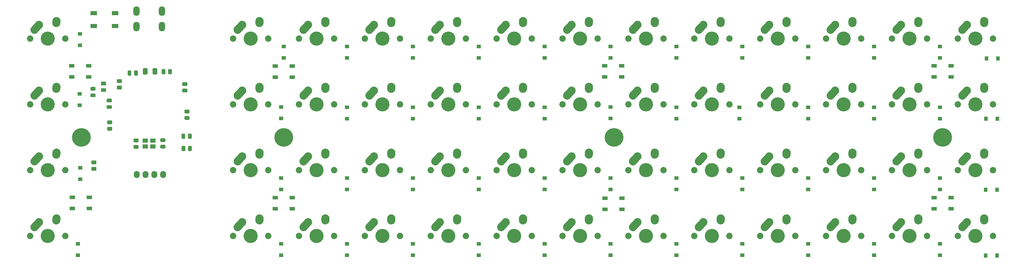
<source format=gbr>
%TF.GenerationSoftware,KiCad,Pcbnew,5.1.6*%
%TF.CreationDate,2020-06-22T15:50:55+02:00*%
%TF.ProjectId,cheap_boi,63686561-705f-4626-9f69-2e6b69636164,rev?*%
%TF.SameCoordinates,Original*%
%TF.FileFunction,Soldermask,Bot*%
%TF.FilePolarity,Negative*%
%FSLAX46Y46*%
G04 Gerber Fmt 4.6, Leading zero omitted, Abs format (unit mm)*
G04 Created by KiCad (PCBNEW 5.1.6) date 2020-06-22 15:50:55*
%MOMM*%
%LPD*%
G01*
G04 APERTURE LIST*
%ADD10C,1.850000*%
%ADD11C,2.350000*%
%ADD12C,4.087800*%
%ADD13R,1.300000X1.000000*%
%ADD14R,1.600000X1.100000*%
%ADD15C,5.400000*%
%ADD16O,1.700000X2.100000*%
%ADD17R,1.500000X1.300000*%
%ADD18O,1.800000X2.800000*%
%ADD19R,1.900000X1.200000*%
%ADD20R,1.000000X1.300000*%
G04 APERTURE END LIST*
D10*
%TO.C,MX0C1*%
X345598750Y-42862500D03*
X335438750Y-42862500D03*
D11*
X338018750Y-38862500D03*
D12*
X340518750Y-42862500D03*
G36*
G01*
X335924041Y-41197060D02*
X335924041Y-41197061D01*
G75*
G02*
X335834189Y-39537791I784709J874561D01*
G01*
X337144191Y-38077791D01*
G75*
G02*
X338803461Y-37987939I874561J-784709D01*
G01*
X338803461Y-37987939D01*
G75*
G02*
X338893313Y-39647209I-784709J-874561D01*
G01*
X337583311Y-41107209D01*
G75*
G02*
X335924041Y-41197061I-874561J784709D01*
G01*
G37*
D11*
X343058750Y-37782500D03*
G36*
G01*
X342937907Y-39534716D02*
X342937907Y-39534716D01*
G75*
G02*
X341846534Y-38281657I80843J1172216D01*
G01*
X341886534Y-37701657D01*
G75*
G02*
X343139593Y-36610284I1172216J-80843D01*
G01*
X343139593Y-36610284D01*
G75*
G02*
X344230966Y-37863343I-80843J-1172216D01*
G01*
X344190966Y-38443343D01*
G75*
G02*
X342937907Y-39534716I-1172216J80843D01*
G01*
G37*
%TD*%
D13*
%TO.C,D1*%
X81534000Y-41530000D03*
X81534000Y-44830000D03*
%TD*%
D14*
%TO.C,D54*%
X79211000Y-53924000D03*
X79211000Y-50724000D03*
X84111000Y-53924000D03*
X84111000Y-50724000D03*
%TD*%
%TO.C,R7*%
G36*
G01*
X86079250Y-79229000D02*
X85116750Y-79229000D01*
G75*
G02*
X84848000Y-78960250I0J268750D01*
G01*
X84848000Y-78422750D01*
G75*
G02*
X85116750Y-78154000I268750J0D01*
G01*
X86079250Y-78154000D01*
G75*
G02*
X86348000Y-78422750I0J-268750D01*
G01*
X86348000Y-78960250D01*
G75*
G02*
X86079250Y-79229000I-268750J0D01*
G01*
G37*
G36*
G01*
X86079250Y-81104000D02*
X85116750Y-81104000D01*
G75*
G02*
X84848000Y-80835250I0J268750D01*
G01*
X84848000Y-80297750D01*
G75*
G02*
X85116750Y-80029000I268750J0D01*
G01*
X86079250Y-80029000D01*
G75*
G02*
X86348000Y-80297750I0J-268750D01*
G01*
X86348000Y-80835250D01*
G75*
G02*
X86079250Y-81104000I-268750J0D01*
G01*
G37*
%TD*%
%TO.C,D60*%
X138012000Y-92151000D03*
X138012000Y-88951000D03*
X142912000Y-92151000D03*
X142912000Y-88951000D03*
%TD*%
%TO.C,D59*%
X233389000Y-92278000D03*
X233389000Y-89078000D03*
X238289000Y-92278000D03*
X238289000Y-89078000D03*
%TD*%
%TO.C,D58*%
X328512000Y-92151000D03*
X328512000Y-88951000D03*
X333412000Y-92151000D03*
X333412000Y-88951000D03*
%TD*%
%TO.C,D57*%
X328512000Y-53924000D03*
X328512000Y-50724000D03*
X333412000Y-53924000D03*
X333412000Y-50724000D03*
%TD*%
%TO.C,D56*%
X233262000Y-53924000D03*
X233262000Y-50724000D03*
X238162000Y-53924000D03*
X238162000Y-50724000D03*
%TD*%
%TO.C,D55*%
X138012000Y-54051000D03*
X138012000Y-50851000D03*
X142912000Y-54051000D03*
X142912000Y-50851000D03*
%TD*%
%TO.C,D53*%
X79338000Y-92024000D03*
X79338000Y-88824000D03*
X84238000Y-92024000D03*
X84238000Y-88824000D03*
%TD*%
%TO.C,R6*%
G36*
G01*
X112795000Y-71601250D02*
X112795000Y-70638750D01*
G75*
G02*
X113063750Y-70370000I268750J0D01*
G01*
X113601250Y-70370000D01*
G75*
G02*
X113870000Y-70638750I0J-268750D01*
G01*
X113870000Y-71601250D01*
G75*
G02*
X113601250Y-71870000I-268750J0D01*
G01*
X113063750Y-71870000D01*
G75*
G02*
X112795000Y-71601250I0J268750D01*
G01*
G37*
G36*
G01*
X110920000Y-71601250D02*
X110920000Y-70638750D01*
G75*
G02*
X111188750Y-70370000I268750J0D01*
G01*
X111726250Y-70370000D01*
G75*
G02*
X111995000Y-70638750I0J-268750D01*
G01*
X111995000Y-71601250D01*
G75*
G02*
X111726250Y-71870000I-268750J0D01*
G01*
X111188750Y-71870000D01*
G75*
G02*
X110920000Y-71601250I0J268750D01*
G01*
G37*
%TD*%
%TO.C,R3*%
G36*
G01*
X90651250Y-67623500D02*
X89688750Y-67623500D01*
G75*
G02*
X89420000Y-67354750I0J268750D01*
G01*
X89420000Y-66817250D01*
G75*
G02*
X89688750Y-66548500I268750J0D01*
G01*
X90651250Y-66548500D01*
G75*
G02*
X90920000Y-66817250I0J-268750D01*
G01*
X90920000Y-67354750D01*
G75*
G02*
X90651250Y-67623500I-268750J0D01*
G01*
G37*
G36*
G01*
X90651250Y-69498500D02*
X89688750Y-69498500D01*
G75*
G02*
X89420000Y-69229750I0J268750D01*
G01*
X89420000Y-68692250D01*
G75*
G02*
X89688750Y-68423500I268750J0D01*
G01*
X90651250Y-68423500D01*
G75*
G02*
X90920000Y-68692250I0J-268750D01*
G01*
X90920000Y-69229750D01*
G75*
G02*
X90651250Y-69498500I-268750J0D01*
G01*
G37*
%TD*%
D15*
%TO.C,REF\u002A\u002A*%
X331000000Y-71500000D03*
%TD*%
%TO.C,REF\u002A\u002A*%
X236000000Y-71500000D03*
%TD*%
%TO.C,REF\u002A\u002A*%
X140500000Y-71500000D03*
%TD*%
%TO.C,REF\u002A\u002A*%
X82000000Y-71500000D03*
%TD*%
%TO.C,F1*%
G36*
G01*
X101129000Y-51669000D02*
X101129000Y-52979000D01*
G75*
G02*
X100859000Y-53249000I-270000J0D01*
G01*
X100049000Y-53249000D01*
G75*
G02*
X99779000Y-52979000I0J270000D01*
G01*
X99779000Y-51669000D01*
G75*
G02*
X100049000Y-51399000I270000J0D01*
G01*
X100859000Y-51399000D01*
G75*
G02*
X101129000Y-51669000I0J-270000D01*
G01*
G37*
G36*
G01*
X103929000Y-51669000D02*
X103929000Y-52979000D01*
G75*
G02*
X103659000Y-53249000I-270000J0D01*
G01*
X102849000Y-53249000D01*
G75*
G02*
X102579000Y-52979000I0J270000D01*
G01*
X102579000Y-51669000D01*
G75*
G02*
X102849000Y-51399000I270000J0D01*
G01*
X103659000Y-51399000D01*
G75*
G02*
X103929000Y-51669000I0J-270000D01*
G01*
G37*
%TD*%
%TO.C,R5*%
G36*
G01*
X112843500Y-75157250D02*
X112843500Y-74194750D01*
G75*
G02*
X113112250Y-73926000I268750J0D01*
G01*
X113649750Y-73926000D01*
G75*
G02*
X113918500Y-74194750I0J-268750D01*
G01*
X113918500Y-75157250D01*
G75*
G02*
X113649750Y-75426000I-268750J0D01*
G01*
X113112250Y-75426000D01*
G75*
G02*
X112843500Y-75157250I0J268750D01*
G01*
G37*
G36*
G01*
X110968500Y-75157250D02*
X110968500Y-74194750D01*
G75*
G02*
X111237250Y-73926000I268750J0D01*
G01*
X111774750Y-73926000D01*
G75*
G02*
X112043500Y-74194750I0J-268750D01*
G01*
X112043500Y-75157250D01*
G75*
G02*
X111774750Y-75426000I-268750J0D01*
G01*
X111237250Y-75426000D01*
G75*
G02*
X110968500Y-75157250I0J268750D01*
G01*
G37*
%TD*%
D16*
%TO.C,Brd1*%
X100513600Y-82262900D03*
X97973600Y-82262900D03*
X103053600Y-82262900D03*
X105593600Y-82262900D03*
%TD*%
D10*
%TO.C,MX15*%
X212248750Y-61912500D03*
X202088750Y-61912500D03*
D11*
X204668750Y-57912500D03*
D12*
X207168750Y-61912500D03*
G36*
G01*
X202574041Y-60247060D02*
X202574041Y-60247061D01*
G75*
G02*
X202484189Y-58587791I784709J874561D01*
G01*
X203794191Y-57127791D01*
G75*
G02*
X205453461Y-57037939I874561J-784709D01*
G01*
X205453461Y-57037939D01*
G75*
G02*
X205543313Y-58697209I-784709J-874561D01*
G01*
X204233311Y-60157209D01*
G75*
G02*
X202574041Y-60247061I-874561J784709D01*
G01*
G37*
D11*
X209708750Y-56832500D03*
G36*
G01*
X209587907Y-58584716D02*
X209587907Y-58584716D01*
G75*
G02*
X208496534Y-57331657I80843J1172216D01*
G01*
X208536534Y-56751657D01*
G75*
G02*
X209789593Y-55660284I1172216J-80843D01*
G01*
X209789593Y-55660284D01*
G75*
G02*
X210880966Y-56913343I-80843J-1172216D01*
G01*
X210840966Y-57493343D01*
G75*
G02*
X209587907Y-58584716I-1172216J80843D01*
G01*
G37*
%TD*%
D17*
%TO.C,Y1*%
X102657000Y-72390000D03*
X100457000Y-72390000D03*
X100457000Y-74090000D03*
X102657000Y-74090000D03*
%TD*%
D18*
%TO.C,USB1*%
X105243600Y-34922800D03*
X97943600Y-34922800D03*
X97943600Y-39422800D03*
X105243600Y-39422800D03*
%TD*%
D19*
%TO.C,SW1*%
X85546000Y-35488000D03*
X91746000Y-39188000D03*
X85546000Y-39188000D03*
X91746000Y-35488000D03*
%TD*%
%TO.C,R4*%
G36*
G01*
X111405750Y-57374500D02*
X112368250Y-57374500D01*
G75*
G02*
X112637000Y-57643250I0J-268750D01*
G01*
X112637000Y-58180750D01*
G75*
G02*
X112368250Y-58449500I-268750J0D01*
G01*
X111405750Y-58449500D01*
G75*
G02*
X111137000Y-58180750I0J268750D01*
G01*
X111137000Y-57643250D01*
G75*
G02*
X111405750Y-57374500I268750J0D01*
G01*
G37*
G36*
G01*
X111405750Y-55499500D02*
X112368250Y-55499500D01*
G75*
G02*
X112637000Y-55768250I0J-268750D01*
G01*
X112637000Y-56305750D01*
G75*
G02*
X112368250Y-56574500I-268750J0D01*
G01*
X111405750Y-56574500D01*
G75*
G02*
X111137000Y-56305750I0J268750D01*
G01*
X111137000Y-55768250D01*
G75*
G02*
X111405750Y-55499500I268750J0D01*
G01*
G37*
%TD*%
%TO.C,R2*%
G36*
G01*
X84862750Y-58741500D02*
X85825250Y-58741500D01*
G75*
G02*
X86094000Y-59010250I0J-268750D01*
G01*
X86094000Y-59547750D01*
G75*
G02*
X85825250Y-59816500I-268750J0D01*
G01*
X84862750Y-59816500D01*
G75*
G02*
X84594000Y-59547750I0J268750D01*
G01*
X84594000Y-59010250D01*
G75*
G02*
X84862750Y-58741500I268750J0D01*
G01*
G37*
G36*
G01*
X84862750Y-56866500D02*
X85825250Y-56866500D01*
G75*
G02*
X86094000Y-57135250I0J-268750D01*
G01*
X86094000Y-57672750D01*
G75*
G02*
X85825250Y-57941500I-268750J0D01*
G01*
X84862750Y-57941500D01*
G75*
G02*
X84594000Y-57672750I0J268750D01*
G01*
X84594000Y-57135250D01*
G75*
G02*
X84862750Y-56866500I268750J0D01*
G01*
G37*
%TD*%
%TO.C,R1*%
G36*
G01*
X87910750Y-57217500D02*
X88873250Y-57217500D01*
G75*
G02*
X89142000Y-57486250I0J-268750D01*
G01*
X89142000Y-58023750D01*
G75*
G02*
X88873250Y-58292500I-268750J0D01*
G01*
X87910750Y-58292500D01*
G75*
G02*
X87642000Y-58023750I0J268750D01*
G01*
X87642000Y-57486250D01*
G75*
G02*
X87910750Y-57217500I268750J0D01*
G01*
G37*
G36*
G01*
X87910750Y-55342500D02*
X88873250Y-55342500D01*
G75*
G02*
X89142000Y-55611250I0J-268750D01*
G01*
X89142000Y-56148750D01*
G75*
G02*
X88873250Y-56417500I-268750J0D01*
G01*
X87910750Y-56417500D01*
G75*
G02*
X87642000Y-56148750I0J268750D01*
G01*
X87642000Y-55611250D01*
G75*
G02*
X87910750Y-55342500I268750J0D01*
G01*
G37*
%TD*%
D10*
%TO.C,MX3C1*%
X345598750Y-100012500D03*
X335438750Y-100012500D03*
D11*
X338018750Y-96012500D03*
D12*
X340518750Y-100012500D03*
G36*
G01*
X335924041Y-98347060D02*
X335924041Y-98347061D01*
G75*
G02*
X335834189Y-96687791I784709J874561D01*
G01*
X337144191Y-95227791D01*
G75*
G02*
X338803461Y-95137939I874561J-784709D01*
G01*
X338803461Y-95137939D01*
G75*
G02*
X338893313Y-96797209I-784709J-874561D01*
G01*
X337583311Y-98257209D01*
G75*
G02*
X335924041Y-98347061I-874561J784709D01*
G01*
G37*
D11*
X343058750Y-94932500D03*
G36*
G01*
X342937907Y-96684716D02*
X342937907Y-96684716D01*
G75*
G02*
X341846534Y-95431657I80843J1172216D01*
G01*
X341886534Y-94851657D01*
G75*
G02*
X343139593Y-93760284I1172216J-80843D01*
G01*
X343139593Y-93760284D01*
G75*
G02*
X344230966Y-95013343I-80843J-1172216D01*
G01*
X344190966Y-95593343D01*
G75*
G02*
X342937907Y-96684716I-1172216J80843D01*
G01*
G37*
%TD*%
D10*
%TO.C,MX3B1*%
X326548750Y-100012500D03*
X316388750Y-100012500D03*
D11*
X318968750Y-96012500D03*
D12*
X321468750Y-100012500D03*
G36*
G01*
X316874041Y-98347060D02*
X316874041Y-98347061D01*
G75*
G02*
X316784189Y-96687791I784709J874561D01*
G01*
X318094191Y-95227791D01*
G75*
G02*
X319753461Y-95137939I874561J-784709D01*
G01*
X319753461Y-95137939D01*
G75*
G02*
X319843313Y-96797209I-784709J-874561D01*
G01*
X318533311Y-98257209D01*
G75*
G02*
X316874041Y-98347061I-874561J784709D01*
G01*
G37*
D11*
X324008750Y-94932500D03*
G36*
G01*
X323887907Y-96684716D02*
X323887907Y-96684716D01*
G75*
G02*
X322796534Y-95431657I80843J1172216D01*
G01*
X322836534Y-94851657D01*
G75*
G02*
X324089593Y-93760284I1172216J-80843D01*
G01*
X324089593Y-93760284D01*
G75*
G02*
X325180966Y-95013343I-80843J-1172216D01*
G01*
X325140966Y-95593343D01*
G75*
G02*
X323887907Y-96684716I-1172216J80843D01*
G01*
G37*
%TD*%
D10*
%TO.C,MX3A1*%
X307498750Y-100012500D03*
X297338750Y-100012500D03*
D11*
X299918750Y-96012500D03*
D12*
X302418750Y-100012500D03*
G36*
G01*
X297824041Y-98347060D02*
X297824041Y-98347061D01*
G75*
G02*
X297734189Y-96687791I784709J874561D01*
G01*
X299044191Y-95227791D01*
G75*
G02*
X300703461Y-95137939I874561J-784709D01*
G01*
X300703461Y-95137939D01*
G75*
G02*
X300793313Y-96797209I-784709J-874561D01*
G01*
X299483311Y-98257209D01*
G75*
G02*
X297824041Y-98347061I-874561J784709D01*
G01*
G37*
D11*
X304958750Y-94932500D03*
G36*
G01*
X304837907Y-96684716D02*
X304837907Y-96684716D01*
G75*
G02*
X303746534Y-95431657I80843J1172216D01*
G01*
X303786534Y-94851657D01*
G75*
G02*
X305039593Y-93760284I1172216J-80843D01*
G01*
X305039593Y-93760284D01*
G75*
G02*
X306130966Y-95013343I-80843J-1172216D01*
G01*
X306090966Y-95593343D01*
G75*
G02*
X304837907Y-96684716I-1172216J80843D01*
G01*
G37*
%TD*%
D10*
%TO.C,MX2C1*%
X345598750Y-80962500D03*
X335438750Y-80962500D03*
D11*
X338018750Y-76962500D03*
D12*
X340518750Y-80962500D03*
G36*
G01*
X335924041Y-79297060D02*
X335924041Y-79297061D01*
G75*
G02*
X335834189Y-77637791I784709J874561D01*
G01*
X337144191Y-76177791D01*
G75*
G02*
X338803461Y-76087939I874561J-784709D01*
G01*
X338803461Y-76087939D01*
G75*
G02*
X338893313Y-77747209I-784709J-874561D01*
G01*
X337583311Y-79207209D01*
G75*
G02*
X335924041Y-79297061I-874561J784709D01*
G01*
G37*
D11*
X343058750Y-75882500D03*
G36*
G01*
X342937907Y-77634716D02*
X342937907Y-77634716D01*
G75*
G02*
X341846534Y-76381657I80843J1172216D01*
G01*
X341886534Y-75801657D01*
G75*
G02*
X343139593Y-74710284I1172216J-80843D01*
G01*
X343139593Y-74710284D01*
G75*
G02*
X344230966Y-75963343I-80843J-1172216D01*
G01*
X344190966Y-76543343D01*
G75*
G02*
X342937907Y-77634716I-1172216J80843D01*
G01*
G37*
%TD*%
D10*
%TO.C,MX2B1*%
X326548750Y-80962500D03*
X316388750Y-80962500D03*
D11*
X318968750Y-76962500D03*
D12*
X321468750Y-80962500D03*
G36*
G01*
X316874041Y-79297060D02*
X316874041Y-79297061D01*
G75*
G02*
X316784189Y-77637791I784709J874561D01*
G01*
X318094191Y-76177791D01*
G75*
G02*
X319753461Y-76087939I874561J-784709D01*
G01*
X319753461Y-76087939D01*
G75*
G02*
X319843313Y-77747209I-784709J-874561D01*
G01*
X318533311Y-79207209D01*
G75*
G02*
X316874041Y-79297061I-874561J784709D01*
G01*
G37*
D11*
X324008750Y-75882500D03*
G36*
G01*
X323887907Y-77634716D02*
X323887907Y-77634716D01*
G75*
G02*
X322796534Y-76381657I80843J1172216D01*
G01*
X322836534Y-75801657D01*
G75*
G02*
X324089593Y-74710284I1172216J-80843D01*
G01*
X324089593Y-74710284D01*
G75*
G02*
X325180966Y-75963343I-80843J-1172216D01*
G01*
X325140966Y-76543343D01*
G75*
G02*
X323887907Y-77634716I-1172216J80843D01*
G01*
G37*
%TD*%
D10*
%TO.C,MX2A1*%
X307498750Y-80962500D03*
X297338750Y-80962500D03*
D11*
X299918750Y-76962500D03*
D12*
X302418750Y-80962500D03*
G36*
G01*
X297824041Y-79297060D02*
X297824041Y-79297061D01*
G75*
G02*
X297734189Y-77637791I784709J874561D01*
G01*
X299044191Y-76177791D01*
G75*
G02*
X300703461Y-76087939I874561J-784709D01*
G01*
X300703461Y-76087939D01*
G75*
G02*
X300793313Y-77747209I-784709J-874561D01*
G01*
X299483311Y-79207209D01*
G75*
G02*
X297824041Y-79297061I-874561J784709D01*
G01*
G37*
D11*
X304958750Y-75882500D03*
G36*
G01*
X304837907Y-77634716D02*
X304837907Y-77634716D01*
G75*
G02*
X303746534Y-76381657I80843J1172216D01*
G01*
X303786534Y-75801657D01*
G75*
G02*
X305039593Y-74710284I1172216J-80843D01*
G01*
X305039593Y-74710284D01*
G75*
G02*
X306130966Y-75963343I-80843J-1172216D01*
G01*
X306090966Y-76543343D01*
G75*
G02*
X304837907Y-77634716I-1172216J80843D01*
G01*
G37*
%TD*%
D10*
%TO.C,MX1C1*%
X345598750Y-61912500D03*
X335438750Y-61912500D03*
D11*
X338018750Y-57912500D03*
D12*
X340518750Y-61912500D03*
G36*
G01*
X335924041Y-60247060D02*
X335924041Y-60247061D01*
G75*
G02*
X335834189Y-58587791I784709J874561D01*
G01*
X337144191Y-57127791D01*
G75*
G02*
X338803461Y-57037939I874561J-784709D01*
G01*
X338803461Y-57037939D01*
G75*
G02*
X338893313Y-58697209I-784709J-874561D01*
G01*
X337583311Y-60157209D01*
G75*
G02*
X335924041Y-60247061I-874561J784709D01*
G01*
G37*
D11*
X343058750Y-56832500D03*
G36*
G01*
X342937907Y-58584716D02*
X342937907Y-58584716D01*
G75*
G02*
X341846534Y-57331657I80843J1172216D01*
G01*
X341886534Y-56751657D01*
G75*
G02*
X343139593Y-55660284I1172216J-80843D01*
G01*
X343139593Y-55660284D01*
G75*
G02*
X344230966Y-56913343I-80843J-1172216D01*
G01*
X344190966Y-57493343D01*
G75*
G02*
X342937907Y-58584716I-1172216J80843D01*
G01*
G37*
%TD*%
D10*
%TO.C,MX1B1*%
X326548750Y-61912500D03*
X316388750Y-61912500D03*
D11*
X318968750Y-57912500D03*
D12*
X321468750Y-61912500D03*
G36*
G01*
X316874041Y-60247060D02*
X316874041Y-60247061D01*
G75*
G02*
X316784189Y-58587791I784709J874561D01*
G01*
X318094191Y-57127791D01*
G75*
G02*
X319753461Y-57037939I874561J-784709D01*
G01*
X319753461Y-57037939D01*
G75*
G02*
X319843313Y-58697209I-784709J-874561D01*
G01*
X318533311Y-60157209D01*
G75*
G02*
X316874041Y-60247061I-874561J784709D01*
G01*
G37*
D11*
X324008750Y-56832500D03*
G36*
G01*
X323887907Y-58584716D02*
X323887907Y-58584716D01*
G75*
G02*
X322796534Y-57331657I80843J1172216D01*
G01*
X322836534Y-56751657D01*
G75*
G02*
X324089593Y-55660284I1172216J-80843D01*
G01*
X324089593Y-55660284D01*
G75*
G02*
X325180966Y-56913343I-80843J-1172216D01*
G01*
X325140966Y-57493343D01*
G75*
G02*
X323887907Y-58584716I-1172216J80843D01*
G01*
G37*
%TD*%
D10*
%TO.C,MX1A1*%
X307498750Y-61912500D03*
X297338750Y-61912500D03*
D11*
X299918750Y-57912500D03*
D12*
X302418750Y-61912500D03*
G36*
G01*
X297824041Y-60247060D02*
X297824041Y-60247061D01*
G75*
G02*
X297734189Y-58587791I784709J874561D01*
G01*
X299044191Y-57127791D01*
G75*
G02*
X300703461Y-57037939I874561J-784709D01*
G01*
X300703461Y-57037939D01*
G75*
G02*
X300793313Y-58697209I-784709J-874561D01*
G01*
X299483311Y-60157209D01*
G75*
G02*
X297824041Y-60247061I-874561J784709D01*
G01*
G37*
D11*
X304958750Y-56832500D03*
G36*
G01*
X304837907Y-58584716D02*
X304837907Y-58584716D01*
G75*
G02*
X303746534Y-57331657I80843J1172216D01*
G01*
X303786534Y-56751657D01*
G75*
G02*
X305039593Y-55660284I1172216J-80843D01*
G01*
X305039593Y-55660284D01*
G75*
G02*
X306130966Y-56913343I-80843J-1172216D01*
G01*
X306090966Y-57493343D01*
G75*
G02*
X304837907Y-58584716I-1172216J80843D01*
G01*
G37*
%TD*%
D10*
%TO.C,MX0B1*%
X326548750Y-42862500D03*
X316388750Y-42862500D03*
D11*
X318968750Y-38862500D03*
D12*
X321468750Y-42862500D03*
G36*
G01*
X316874041Y-41197060D02*
X316874041Y-41197061D01*
G75*
G02*
X316784189Y-39537791I784709J874561D01*
G01*
X318094191Y-38077791D01*
G75*
G02*
X319753461Y-37987939I874561J-784709D01*
G01*
X319753461Y-37987939D01*
G75*
G02*
X319843313Y-39647209I-784709J-874561D01*
G01*
X318533311Y-41107209D01*
G75*
G02*
X316874041Y-41197061I-874561J784709D01*
G01*
G37*
D11*
X324008750Y-37782500D03*
G36*
G01*
X323887907Y-39534716D02*
X323887907Y-39534716D01*
G75*
G02*
X322796534Y-38281657I80843J1172216D01*
G01*
X322836534Y-37701657D01*
G75*
G02*
X324089593Y-36610284I1172216J-80843D01*
G01*
X324089593Y-36610284D01*
G75*
G02*
X325180966Y-37863343I-80843J-1172216D01*
G01*
X325140966Y-38443343D01*
G75*
G02*
X323887907Y-39534716I-1172216J80843D01*
G01*
G37*
%TD*%
D10*
%TO.C,MX0A1*%
X307498750Y-42862500D03*
X297338750Y-42862500D03*
D11*
X299918750Y-38862500D03*
D12*
X302418750Y-42862500D03*
G36*
G01*
X297824041Y-41197060D02*
X297824041Y-41197061D01*
G75*
G02*
X297734189Y-39537791I784709J874561D01*
G01*
X299044191Y-38077791D01*
G75*
G02*
X300703461Y-37987939I874561J-784709D01*
G01*
X300703461Y-37987939D01*
G75*
G02*
X300793313Y-39647209I-784709J-874561D01*
G01*
X299483311Y-41107209D01*
G75*
G02*
X297824041Y-41197061I-874561J784709D01*
G01*
G37*
D11*
X304958750Y-37782500D03*
G36*
G01*
X304837907Y-39534716D02*
X304837907Y-39534716D01*
G75*
G02*
X303746534Y-38281657I80843J1172216D01*
G01*
X303786534Y-37701657D01*
G75*
G02*
X305039593Y-36610284I1172216J-80843D01*
G01*
X305039593Y-36610284D01*
G75*
G02*
X306130966Y-37863343I-80843J-1172216D01*
G01*
X306090966Y-38443343D01*
G75*
G02*
X304837907Y-39534716I-1172216J80843D01*
G01*
G37*
%TD*%
D10*
%TO.C,MX39*%
X288448750Y-100012500D03*
X278288750Y-100012500D03*
D11*
X280868750Y-96012500D03*
D12*
X283368750Y-100012500D03*
G36*
G01*
X278774041Y-98347060D02*
X278774041Y-98347061D01*
G75*
G02*
X278684189Y-96687791I784709J874561D01*
G01*
X279994191Y-95227791D01*
G75*
G02*
X281653461Y-95137939I874561J-784709D01*
G01*
X281653461Y-95137939D01*
G75*
G02*
X281743313Y-96797209I-784709J-874561D01*
G01*
X280433311Y-98257209D01*
G75*
G02*
X278774041Y-98347061I-874561J784709D01*
G01*
G37*
D11*
X285908750Y-94932500D03*
G36*
G01*
X285787907Y-96684716D02*
X285787907Y-96684716D01*
G75*
G02*
X284696534Y-95431657I80843J1172216D01*
G01*
X284736534Y-94851657D01*
G75*
G02*
X285989593Y-93760284I1172216J-80843D01*
G01*
X285989593Y-93760284D01*
G75*
G02*
X287080966Y-95013343I-80843J-1172216D01*
G01*
X287040966Y-95593343D01*
G75*
G02*
X285787907Y-96684716I-1172216J80843D01*
G01*
G37*
%TD*%
D10*
%TO.C,MX38*%
X269398750Y-100012500D03*
X259238750Y-100012500D03*
D11*
X261818750Y-96012500D03*
D12*
X264318750Y-100012500D03*
G36*
G01*
X259724041Y-98347060D02*
X259724041Y-98347061D01*
G75*
G02*
X259634189Y-96687791I784709J874561D01*
G01*
X260944191Y-95227791D01*
G75*
G02*
X262603461Y-95137939I874561J-784709D01*
G01*
X262603461Y-95137939D01*
G75*
G02*
X262693313Y-96797209I-784709J-874561D01*
G01*
X261383311Y-98257209D01*
G75*
G02*
X259724041Y-98347061I-874561J784709D01*
G01*
G37*
D11*
X266858750Y-94932500D03*
G36*
G01*
X266737907Y-96684716D02*
X266737907Y-96684716D01*
G75*
G02*
X265646534Y-95431657I80843J1172216D01*
G01*
X265686534Y-94851657D01*
G75*
G02*
X266939593Y-93760284I1172216J-80843D01*
G01*
X266939593Y-93760284D01*
G75*
G02*
X268030966Y-95013343I-80843J-1172216D01*
G01*
X267990966Y-95593343D01*
G75*
G02*
X266737907Y-96684716I-1172216J80843D01*
G01*
G37*
%TD*%
D10*
%TO.C,MX37*%
X250348750Y-100012500D03*
X240188750Y-100012500D03*
D11*
X242768750Y-96012500D03*
D12*
X245268750Y-100012500D03*
G36*
G01*
X240674041Y-98347060D02*
X240674041Y-98347061D01*
G75*
G02*
X240584189Y-96687791I784709J874561D01*
G01*
X241894191Y-95227791D01*
G75*
G02*
X243553461Y-95137939I874561J-784709D01*
G01*
X243553461Y-95137939D01*
G75*
G02*
X243643313Y-96797209I-784709J-874561D01*
G01*
X242333311Y-98257209D01*
G75*
G02*
X240674041Y-98347061I-874561J784709D01*
G01*
G37*
D11*
X247808750Y-94932500D03*
G36*
G01*
X247687907Y-96684716D02*
X247687907Y-96684716D01*
G75*
G02*
X246596534Y-95431657I80843J1172216D01*
G01*
X246636534Y-94851657D01*
G75*
G02*
X247889593Y-93760284I1172216J-80843D01*
G01*
X247889593Y-93760284D01*
G75*
G02*
X248980966Y-95013343I-80843J-1172216D01*
G01*
X248940966Y-95593343D01*
G75*
G02*
X247687907Y-96684716I-1172216J80843D01*
G01*
G37*
%TD*%
D10*
%TO.C,MX36*%
X231298750Y-100012500D03*
X221138750Y-100012500D03*
D11*
X223718750Y-96012500D03*
D12*
X226218750Y-100012500D03*
G36*
G01*
X221624041Y-98347060D02*
X221624041Y-98347061D01*
G75*
G02*
X221534189Y-96687791I784709J874561D01*
G01*
X222844191Y-95227791D01*
G75*
G02*
X224503461Y-95137939I874561J-784709D01*
G01*
X224503461Y-95137939D01*
G75*
G02*
X224593313Y-96797209I-784709J-874561D01*
G01*
X223283311Y-98257209D01*
G75*
G02*
X221624041Y-98347061I-874561J784709D01*
G01*
G37*
D11*
X228758750Y-94932500D03*
G36*
G01*
X228637907Y-96684716D02*
X228637907Y-96684716D01*
G75*
G02*
X227546534Y-95431657I80843J1172216D01*
G01*
X227586534Y-94851657D01*
G75*
G02*
X228839593Y-93760284I1172216J-80843D01*
G01*
X228839593Y-93760284D01*
G75*
G02*
X229930966Y-95013343I-80843J-1172216D01*
G01*
X229890966Y-95593343D01*
G75*
G02*
X228637907Y-96684716I-1172216J80843D01*
G01*
G37*
%TD*%
D10*
%TO.C,MX35*%
X212248750Y-100012500D03*
X202088750Y-100012500D03*
D11*
X204668750Y-96012500D03*
D12*
X207168750Y-100012500D03*
G36*
G01*
X202574041Y-98347060D02*
X202574041Y-98347061D01*
G75*
G02*
X202484189Y-96687791I784709J874561D01*
G01*
X203794191Y-95227791D01*
G75*
G02*
X205453461Y-95137939I874561J-784709D01*
G01*
X205453461Y-95137939D01*
G75*
G02*
X205543313Y-96797209I-784709J-874561D01*
G01*
X204233311Y-98257209D01*
G75*
G02*
X202574041Y-98347061I-874561J784709D01*
G01*
G37*
D11*
X209708750Y-94932500D03*
G36*
G01*
X209587907Y-96684716D02*
X209587907Y-96684716D01*
G75*
G02*
X208496534Y-95431657I80843J1172216D01*
G01*
X208536534Y-94851657D01*
G75*
G02*
X209789593Y-93760284I1172216J-80843D01*
G01*
X209789593Y-93760284D01*
G75*
G02*
X210880966Y-95013343I-80843J-1172216D01*
G01*
X210840966Y-95593343D01*
G75*
G02*
X209587907Y-96684716I-1172216J80843D01*
G01*
G37*
%TD*%
D10*
%TO.C,MX34*%
X193198750Y-100012500D03*
X183038750Y-100012500D03*
D11*
X185618750Y-96012500D03*
D12*
X188118750Y-100012500D03*
G36*
G01*
X183524041Y-98347060D02*
X183524041Y-98347061D01*
G75*
G02*
X183434189Y-96687791I784709J874561D01*
G01*
X184744191Y-95227791D01*
G75*
G02*
X186403461Y-95137939I874561J-784709D01*
G01*
X186403461Y-95137939D01*
G75*
G02*
X186493313Y-96797209I-784709J-874561D01*
G01*
X185183311Y-98257209D01*
G75*
G02*
X183524041Y-98347061I-874561J784709D01*
G01*
G37*
D11*
X190658750Y-94932500D03*
G36*
G01*
X190537907Y-96684716D02*
X190537907Y-96684716D01*
G75*
G02*
X189446534Y-95431657I80843J1172216D01*
G01*
X189486534Y-94851657D01*
G75*
G02*
X190739593Y-93760284I1172216J-80843D01*
G01*
X190739593Y-93760284D01*
G75*
G02*
X191830966Y-95013343I-80843J-1172216D01*
G01*
X191790966Y-95593343D01*
G75*
G02*
X190537907Y-96684716I-1172216J80843D01*
G01*
G37*
%TD*%
D10*
%TO.C,MX33*%
X174148750Y-100012500D03*
X163988750Y-100012500D03*
D11*
X166568750Y-96012500D03*
D12*
X169068750Y-100012500D03*
G36*
G01*
X164474041Y-98347060D02*
X164474041Y-98347061D01*
G75*
G02*
X164384189Y-96687791I784709J874561D01*
G01*
X165694191Y-95227791D01*
G75*
G02*
X167353461Y-95137939I874561J-784709D01*
G01*
X167353461Y-95137939D01*
G75*
G02*
X167443313Y-96797209I-784709J-874561D01*
G01*
X166133311Y-98257209D01*
G75*
G02*
X164474041Y-98347061I-874561J784709D01*
G01*
G37*
D11*
X171608750Y-94932500D03*
G36*
G01*
X171487907Y-96684716D02*
X171487907Y-96684716D01*
G75*
G02*
X170396534Y-95431657I80843J1172216D01*
G01*
X170436534Y-94851657D01*
G75*
G02*
X171689593Y-93760284I1172216J-80843D01*
G01*
X171689593Y-93760284D01*
G75*
G02*
X172780966Y-95013343I-80843J-1172216D01*
G01*
X172740966Y-95593343D01*
G75*
G02*
X171487907Y-96684716I-1172216J80843D01*
G01*
G37*
%TD*%
D10*
%TO.C,MX32*%
X155098750Y-100012500D03*
X144938750Y-100012500D03*
D11*
X147518750Y-96012500D03*
D12*
X150018750Y-100012500D03*
G36*
G01*
X145424041Y-98347060D02*
X145424041Y-98347061D01*
G75*
G02*
X145334189Y-96687791I784709J874561D01*
G01*
X146644191Y-95227791D01*
G75*
G02*
X148303461Y-95137939I874561J-784709D01*
G01*
X148303461Y-95137939D01*
G75*
G02*
X148393313Y-96797209I-784709J-874561D01*
G01*
X147083311Y-98257209D01*
G75*
G02*
X145424041Y-98347061I-874561J784709D01*
G01*
G37*
D11*
X152558750Y-94932500D03*
G36*
G01*
X152437907Y-96684716D02*
X152437907Y-96684716D01*
G75*
G02*
X151346534Y-95431657I80843J1172216D01*
G01*
X151386534Y-94851657D01*
G75*
G02*
X152639593Y-93760284I1172216J-80843D01*
G01*
X152639593Y-93760284D01*
G75*
G02*
X153730966Y-95013343I-80843J-1172216D01*
G01*
X153690966Y-95593343D01*
G75*
G02*
X152437907Y-96684716I-1172216J80843D01*
G01*
G37*
%TD*%
D10*
%TO.C,MX31*%
X136048750Y-100012500D03*
X125888750Y-100012500D03*
D11*
X128468750Y-96012500D03*
D12*
X130968750Y-100012500D03*
G36*
G01*
X126374041Y-98347060D02*
X126374041Y-98347061D01*
G75*
G02*
X126284189Y-96687791I784709J874561D01*
G01*
X127594191Y-95227791D01*
G75*
G02*
X129253461Y-95137939I874561J-784709D01*
G01*
X129253461Y-95137939D01*
G75*
G02*
X129343313Y-96797209I-784709J-874561D01*
G01*
X128033311Y-98257209D01*
G75*
G02*
X126374041Y-98347061I-874561J784709D01*
G01*
G37*
D11*
X133508750Y-94932500D03*
G36*
G01*
X133387907Y-96684716D02*
X133387907Y-96684716D01*
G75*
G02*
X132296534Y-95431657I80843J1172216D01*
G01*
X132336534Y-94851657D01*
G75*
G02*
X133589593Y-93760284I1172216J-80843D01*
G01*
X133589593Y-93760284D01*
G75*
G02*
X134680966Y-95013343I-80843J-1172216D01*
G01*
X134640966Y-95593343D01*
G75*
G02*
X133387907Y-96684716I-1172216J80843D01*
G01*
G37*
%TD*%
D10*
%TO.C,MX30*%
X77311250Y-100012500D03*
X67151250Y-100012500D03*
D11*
X69731250Y-96012500D03*
D12*
X72231250Y-100012500D03*
G36*
G01*
X67636541Y-98347060D02*
X67636541Y-98347061D01*
G75*
G02*
X67546689Y-96687791I784709J874561D01*
G01*
X68856691Y-95227791D01*
G75*
G02*
X70515961Y-95137939I874561J-784709D01*
G01*
X70515961Y-95137939D01*
G75*
G02*
X70605813Y-96797209I-784709J-874561D01*
G01*
X69295811Y-98257209D01*
G75*
G02*
X67636541Y-98347061I-874561J784709D01*
G01*
G37*
D11*
X74771250Y-94932500D03*
G36*
G01*
X74650407Y-96684716D02*
X74650407Y-96684716D01*
G75*
G02*
X73559034Y-95431657I80843J1172216D01*
G01*
X73599034Y-94851657D01*
G75*
G02*
X74852093Y-93760284I1172216J-80843D01*
G01*
X74852093Y-93760284D01*
G75*
G02*
X75943466Y-95013343I-80843J-1172216D01*
G01*
X75903466Y-95593343D01*
G75*
G02*
X74650407Y-96684716I-1172216J80843D01*
G01*
G37*
%TD*%
D10*
%TO.C,MX29*%
X288448750Y-80962500D03*
X278288750Y-80962500D03*
D11*
X280868750Y-76962500D03*
D12*
X283368750Y-80962500D03*
G36*
G01*
X278774041Y-79297060D02*
X278774041Y-79297061D01*
G75*
G02*
X278684189Y-77637791I784709J874561D01*
G01*
X279994191Y-76177791D01*
G75*
G02*
X281653461Y-76087939I874561J-784709D01*
G01*
X281653461Y-76087939D01*
G75*
G02*
X281743313Y-77747209I-784709J-874561D01*
G01*
X280433311Y-79207209D01*
G75*
G02*
X278774041Y-79297061I-874561J784709D01*
G01*
G37*
D11*
X285908750Y-75882500D03*
G36*
G01*
X285787907Y-77634716D02*
X285787907Y-77634716D01*
G75*
G02*
X284696534Y-76381657I80843J1172216D01*
G01*
X284736534Y-75801657D01*
G75*
G02*
X285989593Y-74710284I1172216J-80843D01*
G01*
X285989593Y-74710284D01*
G75*
G02*
X287080966Y-75963343I-80843J-1172216D01*
G01*
X287040966Y-76543343D01*
G75*
G02*
X285787907Y-77634716I-1172216J80843D01*
G01*
G37*
%TD*%
D10*
%TO.C,MX28*%
X269398750Y-80962500D03*
X259238750Y-80962500D03*
D11*
X261818750Y-76962500D03*
D12*
X264318750Y-80962500D03*
G36*
G01*
X259724041Y-79297060D02*
X259724041Y-79297061D01*
G75*
G02*
X259634189Y-77637791I784709J874561D01*
G01*
X260944191Y-76177791D01*
G75*
G02*
X262603461Y-76087939I874561J-784709D01*
G01*
X262603461Y-76087939D01*
G75*
G02*
X262693313Y-77747209I-784709J-874561D01*
G01*
X261383311Y-79207209D01*
G75*
G02*
X259724041Y-79297061I-874561J784709D01*
G01*
G37*
D11*
X266858750Y-75882500D03*
G36*
G01*
X266737907Y-77634716D02*
X266737907Y-77634716D01*
G75*
G02*
X265646534Y-76381657I80843J1172216D01*
G01*
X265686534Y-75801657D01*
G75*
G02*
X266939593Y-74710284I1172216J-80843D01*
G01*
X266939593Y-74710284D01*
G75*
G02*
X268030966Y-75963343I-80843J-1172216D01*
G01*
X267990966Y-76543343D01*
G75*
G02*
X266737907Y-77634716I-1172216J80843D01*
G01*
G37*
%TD*%
D10*
%TO.C,MX27*%
X250348750Y-80962500D03*
X240188750Y-80962500D03*
D11*
X242768750Y-76962500D03*
D12*
X245268750Y-80962500D03*
G36*
G01*
X240674041Y-79297060D02*
X240674041Y-79297061D01*
G75*
G02*
X240584189Y-77637791I784709J874561D01*
G01*
X241894191Y-76177791D01*
G75*
G02*
X243553461Y-76087939I874561J-784709D01*
G01*
X243553461Y-76087939D01*
G75*
G02*
X243643313Y-77747209I-784709J-874561D01*
G01*
X242333311Y-79207209D01*
G75*
G02*
X240674041Y-79297061I-874561J784709D01*
G01*
G37*
D11*
X247808750Y-75882500D03*
G36*
G01*
X247687907Y-77634716D02*
X247687907Y-77634716D01*
G75*
G02*
X246596534Y-76381657I80843J1172216D01*
G01*
X246636534Y-75801657D01*
G75*
G02*
X247889593Y-74710284I1172216J-80843D01*
G01*
X247889593Y-74710284D01*
G75*
G02*
X248980966Y-75963343I-80843J-1172216D01*
G01*
X248940966Y-76543343D01*
G75*
G02*
X247687907Y-77634716I-1172216J80843D01*
G01*
G37*
%TD*%
D10*
%TO.C,MX26*%
X231298750Y-80962500D03*
X221138750Y-80962500D03*
D11*
X223718750Y-76962500D03*
D12*
X226218750Y-80962500D03*
G36*
G01*
X221624041Y-79297060D02*
X221624041Y-79297061D01*
G75*
G02*
X221534189Y-77637791I784709J874561D01*
G01*
X222844191Y-76177791D01*
G75*
G02*
X224503461Y-76087939I874561J-784709D01*
G01*
X224503461Y-76087939D01*
G75*
G02*
X224593313Y-77747209I-784709J-874561D01*
G01*
X223283311Y-79207209D01*
G75*
G02*
X221624041Y-79297061I-874561J784709D01*
G01*
G37*
D11*
X228758750Y-75882500D03*
G36*
G01*
X228637907Y-77634716D02*
X228637907Y-77634716D01*
G75*
G02*
X227546534Y-76381657I80843J1172216D01*
G01*
X227586534Y-75801657D01*
G75*
G02*
X228839593Y-74710284I1172216J-80843D01*
G01*
X228839593Y-74710284D01*
G75*
G02*
X229930966Y-75963343I-80843J-1172216D01*
G01*
X229890966Y-76543343D01*
G75*
G02*
X228637907Y-77634716I-1172216J80843D01*
G01*
G37*
%TD*%
D10*
%TO.C,MX25*%
X212248750Y-80962500D03*
X202088750Y-80962500D03*
D11*
X204668750Y-76962500D03*
D12*
X207168750Y-80962500D03*
G36*
G01*
X202574041Y-79297060D02*
X202574041Y-79297061D01*
G75*
G02*
X202484189Y-77637791I784709J874561D01*
G01*
X203794191Y-76177791D01*
G75*
G02*
X205453461Y-76087939I874561J-784709D01*
G01*
X205453461Y-76087939D01*
G75*
G02*
X205543313Y-77747209I-784709J-874561D01*
G01*
X204233311Y-79207209D01*
G75*
G02*
X202574041Y-79297061I-874561J784709D01*
G01*
G37*
D11*
X209708750Y-75882500D03*
G36*
G01*
X209587907Y-77634716D02*
X209587907Y-77634716D01*
G75*
G02*
X208496534Y-76381657I80843J1172216D01*
G01*
X208536534Y-75801657D01*
G75*
G02*
X209789593Y-74710284I1172216J-80843D01*
G01*
X209789593Y-74710284D01*
G75*
G02*
X210880966Y-75963343I-80843J-1172216D01*
G01*
X210840966Y-76543343D01*
G75*
G02*
X209587907Y-77634716I-1172216J80843D01*
G01*
G37*
%TD*%
D10*
%TO.C,MX24*%
X193198750Y-80962500D03*
X183038750Y-80962500D03*
D11*
X185618750Y-76962500D03*
D12*
X188118750Y-80962500D03*
G36*
G01*
X183524041Y-79297060D02*
X183524041Y-79297061D01*
G75*
G02*
X183434189Y-77637791I784709J874561D01*
G01*
X184744191Y-76177791D01*
G75*
G02*
X186403461Y-76087939I874561J-784709D01*
G01*
X186403461Y-76087939D01*
G75*
G02*
X186493313Y-77747209I-784709J-874561D01*
G01*
X185183311Y-79207209D01*
G75*
G02*
X183524041Y-79297061I-874561J784709D01*
G01*
G37*
D11*
X190658750Y-75882500D03*
G36*
G01*
X190537907Y-77634716D02*
X190537907Y-77634716D01*
G75*
G02*
X189446534Y-76381657I80843J1172216D01*
G01*
X189486534Y-75801657D01*
G75*
G02*
X190739593Y-74710284I1172216J-80843D01*
G01*
X190739593Y-74710284D01*
G75*
G02*
X191830966Y-75963343I-80843J-1172216D01*
G01*
X191790966Y-76543343D01*
G75*
G02*
X190537907Y-77634716I-1172216J80843D01*
G01*
G37*
%TD*%
D10*
%TO.C,MX23*%
X174148750Y-80962500D03*
X163988750Y-80962500D03*
D11*
X166568750Y-76962500D03*
D12*
X169068750Y-80962500D03*
G36*
G01*
X164474041Y-79297060D02*
X164474041Y-79297061D01*
G75*
G02*
X164384189Y-77637791I784709J874561D01*
G01*
X165694191Y-76177791D01*
G75*
G02*
X167353461Y-76087939I874561J-784709D01*
G01*
X167353461Y-76087939D01*
G75*
G02*
X167443313Y-77747209I-784709J-874561D01*
G01*
X166133311Y-79207209D01*
G75*
G02*
X164474041Y-79297061I-874561J784709D01*
G01*
G37*
D11*
X171608750Y-75882500D03*
G36*
G01*
X171487907Y-77634716D02*
X171487907Y-77634716D01*
G75*
G02*
X170396534Y-76381657I80843J1172216D01*
G01*
X170436534Y-75801657D01*
G75*
G02*
X171689593Y-74710284I1172216J-80843D01*
G01*
X171689593Y-74710284D01*
G75*
G02*
X172780966Y-75963343I-80843J-1172216D01*
G01*
X172740966Y-76543343D01*
G75*
G02*
X171487907Y-77634716I-1172216J80843D01*
G01*
G37*
%TD*%
D10*
%TO.C,MX22*%
X155098750Y-80962500D03*
X144938750Y-80962500D03*
D11*
X147518750Y-76962500D03*
D12*
X150018750Y-80962500D03*
G36*
G01*
X145424041Y-79297060D02*
X145424041Y-79297061D01*
G75*
G02*
X145334189Y-77637791I784709J874561D01*
G01*
X146644191Y-76177791D01*
G75*
G02*
X148303461Y-76087939I874561J-784709D01*
G01*
X148303461Y-76087939D01*
G75*
G02*
X148393313Y-77747209I-784709J-874561D01*
G01*
X147083311Y-79207209D01*
G75*
G02*
X145424041Y-79297061I-874561J784709D01*
G01*
G37*
D11*
X152558750Y-75882500D03*
G36*
G01*
X152437907Y-77634716D02*
X152437907Y-77634716D01*
G75*
G02*
X151346534Y-76381657I80843J1172216D01*
G01*
X151386534Y-75801657D01*
G75*
G02*
X152639593Y-74710284I1172216J-80843D01*
G01*
X152639593Y-74710284D01*
G75*
G02*
X153730966Y-75963343I-80843J-1172216D01*
G01*
X153690966Y-76543343D01*
G75*
G02*
X152437907Y-77634716I-1172216J80843D01*
G01*
G37*
%TD*%
D10*
%TO.C,MX21*%
X136048750Y-80962500D03*
X125888750Y-80962500D03*
D11*
X128468750Y-76962500D03*
D12*
X130968750Y-80962500D03*
G36*
G01*
X126374041Y-79297060D02*
X126374041Y-79297061D01*
G75*
G02*
X126284189Y-77637791I784709J874561D01*
G01*
X127594191Y-76177791D01*
G75*
G02*
X129253461Y-76087939I874561J-784709D01*
G01*
X129253461Y-76087939D01*
G75*
G02*
X129343313Y-77747209I-784709J-874561D01*
G01*
X128033311Y-79207209D01*
G75*
G02*
X126374041Y-79297061I-874561J784709D01*
G01*
G37*
D11*
X133508750Y-75882500D03*
G36*
G01*
X133387907Y-77634716D02*
X133387907Y-77634716D01*
G75*
G02*
X132296534Y-76381657I80843J1172216D01*
G01*
X132336534Y-75801657D01*
G75*
G02*
X133589593Y-74710284I1172216J-80843D01*
G01*
X133589593Y-74710284D01*
G75*
G02*
X134680966Y-75963343I-80843J-1172216D01*
G01*
X134640966Y-76543343D01*
G75*
G02*
X133387907Y-77634716I-1172216J80843D01*
G01*
G37*
%TD*%
D10*
%TO.C,MX20*%
X77311250Y-80962500D03*
X67151250Y-80962500D03*
D11*
X69731250Y-76962500D03*
D12*
X72231250Y-80962500D03*
G36*
G01*
X67636541Y-79297060D02*
X67636541Y-79297061D01*
G75*
G02*
X67546689Y-77637791I784709J874561D01*
G01*
X68856691Y-76177791D01*
G75*
G02*
X70515961Y-76087939I874561J-784709D01*
G01*
X70515961Y-76087939D01*
G75*
G02*
X70605813Y-77747209I-784709J-874561D01*
G01*
X69295811Y-79207209D01*
G75*
G02*
X67636541Y-79297061I-874561J784709D01*
G01*
G37*
D11*
X74771250Y-75882500D03*
G36*
G01*
X74650407Y-77634716D02*
X74650407Y-77634716D01*
G75*
G02*
X73559034Y-76381657I80843J1172216D01*
G01*
X73599034Y-75801657D01*
G75*
G02*
X74852093Y-74710284I1172216J-80843D01*
G01*
X74852093Y-74710284D01*
G75*
G02*
X75943466Y-75963343I-80843J-1172216D01*
G01*
X75903466Y-76543343D01*
G75*
G02*
X74650407Y-77634716I-1172216J80843D01*
G01*
G37*
%TD*%
D10*
%TO.C,MX19*%
X288448750Y-61912500D03*
X278288750Y-61912500D03*
D11*
X280868750Y-57912500D03*
D12*
X283368750Y-61912500D03*
G36*
G01*
X278774041Y-60247060D02*
X278774041Y-60247061D01*
G75*
G02*
X278684189Y-58587791I784709J874561D01*
G01*
X279994191Y-57127791D01*
G75*
G02*
X281653461Y-57037939I874561J-784709D01*
G01*
X281653461Y-57037939D01*
G75*
G02*
X281743313Y-58697209I-784709J-874561D01*
G01*
X280433311Y-60157209D01*
G75*
G02*
X278774041Y-60247061I-874561J784709D01*
G01*
G37*
D11*
X285908750Y-56832500D03*
G36*
G01*
X285787907Y-58584716D02*
X285787907Y-58584716D01*
G75*
G02*
X284696534Y-57331657I80843J1172216D01*
G01*
X284736534Y-56751657D01*
G75*
G02*
X285989593Y-55660284I1172216J-80843D01*
G01*
X285989593Y-55660284D01*
G75*
G02*
X287080966Y-56913343I-80843J-1172216D01*
G01*
X287040966Y-57493343D01*
G75*
G02*
X285787907Y-58584716I-1172216J80843D01*
G01*
G37*
%TD*%
D10*
%TO.C,MX18*%
X269398750Y-61912500D03*
X259238750Y-61912500D03*
D11*
X261818750Y-57912500D03*
D12*
X264318750Y-61912500D03*
G36*
G01*
X259724041Y-60247060D02*
X259724041Y-60247061D01*
G75*
G02*
X259634189Y-58587791I784709J874561D01*
G01*
X260944191Y-57127791D01*
G75*
G02*
X262603461Y-57037939I874561J-784709D01*
G01*
X262603461Y-57037939D01*
G75*
G02*
X262693313Y-58697209I-784709J-874561D01*
G01*
X261383311Y-60157209D01*
G75*
G02*
X259724041Y-60247061I-874561J784709D01*
G01*
G37*
D11*
X266858750Y-56832500D03*
G36*
G01*
X266737907Y-58584716D02*
X266737907Y-58584716D01*
G75*
G02*
X265646534Y-57331657I80843J1172216D01*
G01*
X265686534Y-56751657D01*
G75*
G02*
X266939593Y-55660284I1172216J-80843D01*
G01*
X266939593Y-55660284D01*
G75*
G02*
X268030966Y-56913343I-80843J-1172216D01*
G01*
X267990966Y-57493343D01*
G75*
G02*
X266737907Y-58584716I-1172216J80843D01*
G01*
G37*
%TD*%
D10*
%TO.C,MX17*%
X250348750Y-61912500D03*
X240188750Y-61912500D03*
D11*
X242768750Y-57912500D03*
D12*
X245268750Y-61912500D03*
G36*
G01*
X240674041Y-60247060D02*
X240674041Y-60247061D01*
G75*
G02*
X240584189Y-58587791I784709J874561D01*
G01*
X241894191Y-57127791D01*
G75*
G02*
X243553461Y-57037939I874561J-784709D01*
G01*
X243553461Y-57037939D01*
G75*
G02*
X243643313Y-58697209I-784709J-874561D01*
G01*
X242333311Y-60157209D01*
G75*
G02*
X240674041Y-60247061I-874561J784709D01*
G01*
G37*
D11*
X247808750Y-56832500D03*
G36*
G01*
X247687907Y-58584716D02*
X247687907Y-58584716D01*
G75*
G02*
X246596534Y-57331657I80843J1172216D01*
G01*
X246636534Y-56751657D01*
G75*
G02*
X247889593Y-55660284I1172216J-80843D01*
G01*
X247889593Y-55660284D01*
G75*
G02*
X248980966Y-56913343I-80843J-1172216D01*
G01*
X248940966Y-57493343D01*
G75*
G02*
X247687907Y-58584716I-1172216J80843D01*
G01*
G37*
%TD*%
D10*
%TO.C,MX16*%
X231298750Y-61912500D03*
X221138750Y-61912500D03*
D11*
X223718750Y-57912500D03*
D12*
X226218750Y-61912500D03*
G36*
G01*
X221624041Y-60247060D02*
X221624041Y-60247061D01*
G75*
G02*
X221534189Y-58587791I784709J874561D01*
G01*
X222844191Y-57127791D01*
G75*
G02*
X224503461Y-57037939I874561J-784709D01*
G01*
X224503461Y-57037939D01*
G75*
G02*
X224593313Y-58697209I-784709J-874561D01*
G01*
X223283311Y-60157209D01*
G75*
G02*
X221624041Y-60247061I-874561J784709D01*
G01*
G37*
D11*
X228758750Y-56832500D03*
G36*
G01*
X228637907Y-58584716D02*
X228637907Y-58584716D01*
G75*
G02*
X227546534Y-57331657I80843J1172216D01*
G01*
X227586534Y-56751657D01*
G75*
G02*
X228839593Y-55660284I1172216J-80843D01*
G01*
X228839593Y-55660284D01*
G75*
G02*
X229930966Y-56913343I-80843J-1172216D01*
G01*
X229890966Y-57493343D01*
G75*
G02*
X228637907Y-58584716I-1172216J80843D01*
G01*
G37*
%TD*%
D10*
%TO.C,MX14*%
X193198750Y-61912500D03*
X183038750Y-61912500D03*
D11*
X185618750Y-57912500D03*
D12*
X188118750Y-61912500D03*
G36*
G01*
X183524041Y-60247060D02*
X183524041Y-60247061D01*
G75*
G02*
X183434189Y-58587791I784709J874561D01*
G01*
X184744191Y-57127791D01*
G75*
G02*
X186403461Y-57037939I874561J-784709D01*
G01*
X186403461Y-57037939D01*
G75*
G02*
X186493313Y-58697209I-784709J-874561D01*
G01*
X185183311Y-60157209D01*
G75*
G02*
X183524041Y-60247061I-874561J784709D01*
G01*
G37*
D11*
X190658750Y-56832500D03*
G36*
G01*
X190537907Y-58584716D02*
X190537907Y-58584716D01*
G75*
G02*
X189446534Y-57331657I80843J1172216D01*
G01*
X189486534Y-56751657D01*
G75*
G02*
X190739593Y-55660284I1172216J-80843D01*
G01*
X190739593Y-55660284D01*
G75*
G02*
X191830966Y-56913343I-80843J-1172216D01*
G01*
X191790966Y-57493343D01*
G75*
G02*
X190537907Y-58584716I-1172216J80843D01*
G01*
G37*
%TD*%
D10*
%TO.C,MX13*%
X174148750Y-61912500D03*
X163988750Y-61912500D03*
D11*
X166568750Y-57912500D03*
D12*
X169068750Y-61912500D03*
G36*
G01*
X164474041Y-60247060D02*
X164474041Y-60247061D01*
G75*
G02*
X164384189Y-58587791I784709J874561D01*
G01*
X165694191Y-57127791D01*
G75*
G02*
X167353461Y-57037939I874561J-784709D01*
G01*
X167353461Y-57037939D01*
G75*
G02*
X167443313Y-58697209I-784709J-874561D01*
G01*
X166133311Y-60157209D01*
G75*
G02*
X164474041Y-60247061I-874561J784709D01*
G01*
G37*
D11*
X171608750Y-56832500D03*
G36*
G01*
X171487907Y-58584716D02*
X171487907Y-58584716D01*
G75*
G02*
X170396534Y-57331657I80843J1172216D01*
G01*
X170436534Y-56751657D01*
G75*
G02*
X171689593Y-55660284I1172216J-80843D01*
G01*
X171689593Y-55660284D01*
G75*
G02*
X172780966Y-56913343I-80843J-1172216D01*
G01*
X172740966Y-57493343D01*
G75*
G02*
X171487907Y-58584716I-1172216J80843D01*
G01*
G37*
%TD*%
D10*
%TO.C,MX12*%
X155098750Y-61912500D03*
X144938750Y-61912500D03*
D11*
X147518750Y-57912500D03*
D12*
X150018750Y-61912500D03*
G36*
G01*
X145424041Y-60247060D02*
X145424041Y-60247061D01*
G75*
G02*
X145334189Y-58587791I784709J874561D01*
G01*
X146644191Y-57127791D01*
G75*
G02*
X148303461Y-57037939I874561J-784709D01*
G01*
X148303461Y-57037939D01*
G75*
G02*
X148393313Y-58697209I-784709J-874561D01*
G01*
X147083311Y-60157209D01*
G75*
G02*
X145424041Y-60247061I-874561J784709D01*
G01*
G37*
D11*
X152558750Y-56832500D03*
G36*
G01*
X152437907Y-58584716D02*
X152437907Y-58584716D01*
G75*
G02*
X151346534Y-57331657I80843J1172216D01*
G01*
X151386534Y-56751657D01*
G75*
G02*
X152639593Y-55660284I1172216J-80843D01*
G01*
X152639593Y-55660284D01*
G75*
G02*
X153730966Y-56913343I-80843J-1172216D01*
G01*
X153690966Y-57493343D01*
G75*
G02*
X152437907Y-58584716I-1172216J80843D01*
G01*
G37*
%TD*%
D10*
%TO.C,MX11*%
X136048750Y-61912500D03*
X125888750Y-61912500D03*
D11*
X128468750Y-57912500D03*
D12*
X130968750Y-61912500D03*
G36*
G01*
X126374041Y-60247060D02*
X126374041Y-60247061D01*
G75*
G02*
X126284189Y-58587791I784709J874561D01*
G01*
X127594191Y-57127791D01*
G75*
G02*
X129253461Y-57037939I874561J-784709D01*
G01*
X129253461Y-57037939D01*
G75*
G02*
X129343313Y-58697209I-784709J-874561D01*
G01*
X128033311Y-60157209D01*
G75*
G02*
X126374041Y-60247061I-874561J784709D01*
G01*
G37*
D11*
X133508750Y-56832500D03*
G36*
G01*
X133387907Y-58584716D02*
X133387907Y-58584716D01*
G75*
G02*
X132296534Y-57331657I80843J1172216D01*
G01*
X132336534Y-56751657D01*
G75*
G02*
X133589593Y-55660284I1172216J-80843D01*
G01*
X133589593Y-55660284D01*
G75*
G02*
X134680966Y-56913343I-80843J-1172216D01*
G01*
X134640966Y-57493343D01*
G75*
G02*
X133387907Y-58584716I-1172216J80843D01*
G01*
G37*
%TD*%
D10*
%TO.C,MX10*%
X77311250Y-61912500D03*
X67151250Y-61912500D03*
D11*
X69731250Y-57912500D03*
D12*
X72231250Y-61912500D03*
G36*
G01*
X67636541Y-60247060D02*
X67636541Y-60247061D01*
G75*
G02*
X67546689Y-58587791I784709J874561D01*
G01*
X68856691Y-57127791D01*
G75*
G02*
X70515961Y-57037939I874561J-784709D01*
G01*
X70515961Y-57037939D01*
G75*
G02*
X70605813Y-58697209I-784709J-874561D01*
G01*
X69295811Y-60157209D01*
G75*
G02*
X67636541Y-60247061I-874561J784709D01*
G01*
G37*
D11*
X74771250Y-56832500D03*
G36*
G01*
X74650407Y-58584716D02*
X74650407Y-58584716D01*
G75*
G02*
X73559034Y-57331657I80843J1172216D01*
G01*
X73599034Y-56751657D01*
G75*
G02*
X74852093Y-55660284I1172216J-80843D01*
G01*
X74852093Y-55660284D01*
G75*
G02*
X75943466Y-56913343I-80843J-1172216D01*
G01*
X75903466Y-57493343D01*
G75*
G02*
X74650407Y-58584716I-1172216J80843D01*
G01*
G37*
%TD*%
D10*
%TO.C,MX9*%
X288448750Y-42862500D03*
X278288750Y-42862500D03*
D11*
X280868750Y-38862500D03*
D12*
X283368750Y-42862500D03*
G36*
G01*
X278774041Y-41197060D02*
X278774041Y-41197061D01*
G75*
G02*
X278684189Y-39537791I784709J874561D01*
G01*
X279994191Y-38077791D01*
G75*
G02*
X281653461Y-37987939I874561J-784709D01*
G01*
X281653461Y-37987939D01*
G75*
G02*
X281743313Y-39647209I-784709J-874561D01*
G01*
X280433311Y-41107209D01*
G75*
G02*
X278774041Y-41197061I-874561J784709D01*
G01*
G37*
D11*
X285908750Y-37782500D03*
G36*
G01*
X285787907Y-39534716D02*
X285787907Y-39534716D01*
G75*
G02*
X284696534Y-38281657I80843J1172216D01*
G01*
X284736534Y-37701657D01*
G75*
G02*
X285989593Y-36610284I1172216J-80843D01*
G01*
X285989593Y-36610284D01*
G75*
G02*
X287080966Y-37863343I-80843J-1172216D01*
G01*
X287040966Y-38443343D01*
G75*
G02*
X285787907Y-39534716I-1172216J80843D01*
G01*
G37*
%TD*%
D10*
%TO.C,MX8*%
X269398750Y-42862500D03*
X259238750Y-42862500D03*
D11*
X261818750Y-38862500D03*
D12*
X264318750Y-42862500D03*
G36*
G01*
X259724041Y-41197060D02*
X259724041Y-41197061D01*
G75*
G02*
X259634189Y-39537791I784709J874561D01*
G01*
X260944191Y-38077791D01*
G75*
G02*
X262603461Y-37987939I874561J-784709D01*
G01*
X262603461Y-37987939D01*
G75*
G02*
X262693313Y-39647209I-784709J-874561D01*
G01*
X261383311Y-41107209D01*
G75*
G02*
X259724041Y-41197061I-874561J784709D01*
G01*
G37*
D11*
X266858750Y-37782500D03*
G36*
G01*
X266737907Y-39534716D02*
X266737907Y-39534716D01*
G75*
G02*
X265646534Y-38281657I80843J1172216D01*
G01*
X265686534Y-37701657D01*
G75*
G02*
X266939593Y-36610284I1172216J-80843D01*
G01*
X266939593Y-36610284D01*
G75*
G02*
X268030966Y-37863343I-80843J-1172216D01*
G01*
X267990966Y-38443343D01*
G75*
G02*
X266737907Y-39534716I-1172216J80843D01*
G01*
G37*
%TD*%
D10*
%TO.C,MX7*%
X250348750Y-42862500D03*
X240188750Y-42862500D03*
D11*
X242768750Y-38862500D03*
D12*
X245268750Y-42862500D03*
G36*
G01*
X240674041Y-41197060D02*
X240674041Y-41197061D01*
G75*
G02*
X240584189Y-39537791I784709J874561D01*
G01*
X241894191Y-38077791D01*
G75*
G02*
X243553461Y-37987939I874561J-784709D01*
G01*
X243553461Y-37987939D01*
G75*
G02*
X243643313Y-39647209I-784709J-874561D01*
G01*
X242333311Y-41107209D01*
G75*
G02*
X240674041Y-41197061I-874561J784709D01*
G01*
G37*
D11*
X247808750Y-37782500D03*
G36*
G01*
X247687907Y-39534716D02*
X247687907Y-39534716D01*
G75*
G02*
X246596534Y-38281657I80843J1172216D01*
G01*
X246636534Y-37701657D01*
G75*
G02*
X247889593Y-36610284I1172216J-80843D01*
G01*
X247889593Y-36610284D01*
G75*
G02*
X248980966Y-37863343I-80843J-1172216D01*
G01*
X248940966Y-38443343D01*
G75*
G02*
X247687907Y-39534716I-1172216J80843D01*
G01*
G37*
%TD*%
D10*
%TO.C,MX6*%
X231298750Y-42862500D03*
X221138750Y-42862500D03*
D11*
X223718750Y-38862500D03*
D12*
X226218750Y-42862500D03*
G36*
G01*
X221624041Y-41197060D02*
X221624041Y-41197061D01*
G75*
G02*
X221534189Y-39537791I784709J874561D01*
G01*
X222844191Y-38077791D01*
G75*
G02*
X224503461Y-37987939I874561J-784709D01*
G01*
X224503461Y-37987939D01*
G75*
G02*
X224593313Y-39647209I-784709J-874561D01*
G01*
X223283311Y-41107209D01*
G75*
G02*
X221624041Y-41197061I-874561J784709D01*
G01*
G37*
D11*
X228758750Y-37782500D03*
G36*
G01*
X228637907Y-39534716D02*
X228637907Y-39534716D01*
G75*
G02*
X227546534Y-38281657I80843J1172216D01*
G01*
X227586534Y-37701657D01*
G75*
G02*
X228839593Y-36610284I1172216J-80843D01*
G01*
X228839593Y-36610284D01*
G75*
G02*
X229930966Y-37863343I-80843J-1172216D01*
G01*
X229890966Y-38443343D01*
G75*
G02*
X228637907Y-39534716I-1172216J80843D01*
G01*
G37*
%TD*%
D10*
%TO.C,MX5*%
X212248750Y-42862500D03*
X202088750Y-42862500D03*
D11*
X204668750Y-38862500D03*
D12*
X207168750Y-42862500D03*
G36*
G01*
X202574041Y-41197060D02*
X202574041Y-41197061D01*
G75*
G02*
X202484189Y-39537791I784709J874561D01*
G01*
X203794191Y-38077791D01*
G75*
G02*
X205453461Y-37987939I874561J-784709D01*
G01*
X205453461Y-37987939D01*
G75*
G02*
X205543313Y-39647209I-784709J-874561D01*
G01*
X204233311Y-41107209D01*
G75*
G02*
X202574041Y-41197061I-874561J784709D01*
G01*
G37*
D11*
X209708750Y-37782500D03*
G36*
G01*
X209587907Y-39534716D02*
X209587907Y-39534716D01*
G75*
G02*
X208496534Y-38281657I80843J1172216D01*
G01*
X208536534Y-37701657D01*
G75*
G02*
X209789593Y-36610284I1172216J-80843D01*
G01*
X209789593Y-36610284D01*
G75*
G02*
X210880966Y-37863343I-80843J-1172216D01*
G01*
X210840966Y-38443343D01*
G75*
G02*
X209587907Y-39534716I-1172216J80843D01*
G01*
G37*
%TD*%
D10*
%TO.C,MX4*%
X193198750Y-42862500D03*
X183038750Y-42862500D03*
D11*
X185618750Y-38862500D03*
D12*
X188118750Y-42862500D03*
G36*
G01*
X183524041Y-41197060D02*
X183524041Y-41197061D01*
G75*
G02*
X183434189Y-39537791I784709J874561D01*
G01*
X184744191Y-38077791D01*
G75*
G02*
X186403461Y-37987939I874561J-784709D01*
G01*
X186403461Y-37987939D01*
G75*
G02*
X186493313Y-39647209I-784709J-874561D01*
G01*
X185183311Y-41107209D01*
G75*
G02*
X183524041Y-41197061I-874561J784709D01*
G01*
G37*
D11*
X190658750Y-37782500D03*
G36*
G01*
X190537907Y-39534716D02*
X190537907Y-39534716D01*
G75*
G02*
X189446534Y-38281657I80843J1172216D01*
G01*
X189486534Y-37701657D01*
G75*
G02*
X190739593Y-36610284I1172216J-80843D01*
G01*
X190739593Y-36610284D01*
G75*
G02*
X191830966Y-37863343I-80843J-1172216D01*
G01*
X191790966Y-38443343D01*
G75*
G02*
X190537907Y-39534716I-1172216J80843D01*
G01*
G37*
%TD*%
D10*
%TO.C,MX3*%
X174148750Y-42862500D03*
X163988750Y-42862500D03*
D11*
X166568750Y-38862500D03*
D12*
X169068750Y-42862500D03*
G36*
G01*
X164474041Y-41197060D02*
X164474041Y-41197061D01*
G75*
G02*
X164384189Y-39537791I784709J874561D01*
G01*
X165694191Y-38077791D01*
G75*
G02*
X167353461Y-37987939I874561J-784709D01*
G01*
X167353461Y-37987939D01*
G75*
G02*
X167443313Y-39647209I-784709J-874561D01*
G01*
X166133311Y-41107209D01*
G75*
G02*
X164474041Y-41197061I-874561J784709D01*
G01*
G37*
D11*
X171608750Y-37782500D03*
G36*
G01*
X171487907Y-39534716D02*
X171487907Y-39534716D01*
G75*
G02*
X170396534Y-38281657I80843J1172216D01*
G01*
X170436534Y-37701657D01*
G75*
G02*
X171689593Y-36610284I1172216J-80843D01*
G01*
X171689593Y-36610284D01*
G75*
G02*
X172780966Y-37863343I-80843J-1172216D01*
G01*
X172740966Y-38443343D01*
G75*
G02*
X171487907Y-39534716I-1172216J80843D01*
G01*
G37*
%TD*%
D10*
%TO.C,MX2*%
X155098750Y-42862500D03*
X144938750Y-42862500D03*
D11*
X147518750Y-38862500D03*
D12*
X150018750Y-42862500D03*
G36*
G01*
X145424041Y-41197060D02*
X145424041Y-41197061D01*
G75*
G02*
X145334189Y-39537791I784709J874561D01*
G01*
X146644191Y-38077791D01*
G75*
G02*
X148303461Y-37987939I874561J-784709D01*
G01*
X148303461Y-37987939D01*
G75*
G02*
X148393313Y-39647209I-784709J-874561D01*
G01*
X147083311Y-41107209D01*
G75*
G02*
X145424041Y-41197061I-874561J784709D01*
G01*
G37*
D11*
X152558750Y-37782500D03*
G36*
G01*
X152437907Y-39534716D02*
X152437907Y-39534716D01*
G75*
G02*
X151346534Y-38281657I80843J1172216D01*
G01*
X151386534Y-37701657D01*
G75*
G02*
X152639593Y-36610284I1172216J-80843D01*
G01*
X152639593Y-36610284D01*
G75*
G02*
X153730966Y-37863343I-80843J-1172216D01*
G01*
X153690966Y-38443343D01*
G75*
G02*
X152437907Y-39534716I-1172216J80843D01*
G01*
G37*
%TD*%
D10*
%TO.C,MX1*%
X136048750Y-42862500D03*
X125888750Y-42862500D03*
D11*
X128468750Y-38862500D03*
D12*
X130968750Y-42862500D03*
G36*
G01*
X126374041Y-41197060D02*
X126374041Y-41197061D01*
G75*
G02*
X126284189Y-39537791I784709J874561D01*
G01*
X127594191Y-38077791D01*
G75*
G02*
X129253461Y-37987939I874561J-784709D01*
G01*
X129253461Y-37987939D01*
G75*
G02*
X129343313Y-39647209I-784709J-874561D01*
G01*
X128033311Y-41107209D01*
G75*
G02*
X126374041Y-41197061I-874561J784709D01*
G01*
G37*
D11*
X133508750Y-37782500D03*
G36*
G01*
X133387907Y-39534716D02*
X133387907Y-39534716D01*
G75*
G02*
X132296534Y-38281657I80843J1172216D01*
G01*
X132336534Y-37701657D01*
G75*
G02*
X133589593Y-36610284I1172216J-80843D01*
G01*
X133589593Y-36610284D01*
G75*
G02*
X134680966Y-37863343I-80843J-1172216D01*
G01*
X134640966Y-38443343D01*
G75*
G02*
X133387907Y-39534716I-1172216J80843D01*
G01*
G37*
%TD*%
D10*
%TO.C,MX0*%
X77311250Y-42862500D03*
X67151250Y-42862500D03*
D11*
X69731250Y-38862500D03*
D12*
X72231250Y-42862500D03*
G36*
G01*
X67636541Y-41197060D02*
X67636541Y-41197061D01*
G75*
G02*
X67546689Y-39537791I784709J874561D01*
G01*
X68856691Y-38077791D01*
G75*
G02*
X70515961Y-37987939I874561J-784709D01*
G01*
X70515961Y-37987939D01*
G75*
G02*
X70605813Y-39647209I-784709J-874561D01*
G01*
X69295811Y-41107209D01*
G75*
G02*
X67636541Y-41197061I-874561J784709D01*
G01*
G37*
D11*
X74771250Y-37782500D03*
G36*
G01*
X74650407Y-39534716D02*
X74650407Y-39534716D01*
G75*
G02*
X73559034Y-38281657I80843J1172216D01*
G01*
X73599034Y-37701657D01*
G75*
G02*
X74852093Y-36610284I1172216J-80843D01*
G01*
X74852093Y-36610284D01*
G75*
G02*
X75943466Y-37863343I-80843J-1172216D01*
G01*
X75903466Y-38443343D01*
G75*
G02*
X74650407Y-39534716I-1172216J80843D01*
G01*
G37*
%TD*%
D20*
%TO.C,D52*%
X346709000Y-105664000D03*
X343409000Y-105664000D03*
%TD*%
%TO.C,D51*%
X346708000Y-86614000D03*
X343408000Y-86614000D03*
%TD*%
%TO.C,D50*%
X346835000Y-66040000D03*
X343535000Y-66040000D03*
%TD*%
%TO.C,D49*%
X346963000Y-48641000D03*
X343663000Y-48641000D03*
%TD*%
D13*
%TO.C,D48*%
X330200000Y-102331250D03*
X330200000Y-105631250D03*
%TD*%
%TO.C,D47*%
X330200000Y-83281250D03*
X330200000Y-86581250D03*
%TD*%
%TO.C,D46*%
X330200000Y-62731250D03*
X330200000Y-66031250D03*
%TD*%
%TO.C,D45*%
X330200000Y-45181250D03*
X330200000Y-48481250D03*
%TD*%
%TO.C,D44*%
X311150000Y-102331250D03*
X311150000Y-105631250D03*
%TD*%
%TO.C,D43*%
X311150000Y-83281250D03*
X311150000Y-86581250D03*
%TD*%
%TO.C,D42*%
X311150000Y-62731250D03*
X311150000Y-66031250D03*
%TD*%
%TO.C,D41*%
X311150000Y-45181250D03*
X311150000Y-48481250D03*
%TD*%
%TO.C,D40*%
X292100000Y-102331250D03*
X292100000Y-105631250D03*
%TD*%
%TO.C,D39*%
X292100000Y-83281250D03*
X292100000Y-86581250D03*
%TD*%
%TO.C,D38*%
X292100000Y-62731250D03*
X292100000Y-66031250D03*
%TD*%
%TO.C,D37*%
X292100000Y-45181250D03*
X292100000Y-48481250D03*
%TD*%
%TO.C,D36*%
X273050000Y-102331250D03*
X273050000Y-105631250D03*
%TD*%
%TO.C,D35*%
X273050000Y-83281250D03*
X273050000Y-86581250D03*
%TD*%
%TO.C,D34*%
X272256250Y-62731250D03*
X272256250Y-66031250D03*
%TD*%
%TO.C,D33*%
X273050000Y-45181250D03*
X273050000Y-48481250D03*
%TD*%
%TO.C,D32*%
X254000000Y-102331250D03*
X254000000Y-105631250D03*
%TD*%
%TO.C,D31*%
X254000000Y-83281250D03*
X254000000Y-86581250D03*
%TD*%
%TO.C,D30*%
X254000000Y-62731250D03*
X254000000Y-66031250D03*
%TD*%
%TO.C,D29*%
X254000000Y-45181250D03*
X254000000Y-48481250D03*
%TD*%
%TO.C,D28*%
X234950000Y-102331250D03*
X234950000Y-105631250D03*
%TD*%
%TO.C,D27*%
X234950000Y-83281250D03*
X234950000Y-86581250D03*
%TD*%
%TO.C,D26*%
X234950000Y-62668750D03*
X234950000Y-65968750D03*
%TD*%
%TO.C,D25*%
X234950000Y-45181250D03*
X234950000Y-48481250D03*
%TD*%
%TO.C,D24*%
X215900000Y-102331250D03*
X215900000Y-105631250D03*
%TD*%
%TO.C,D23*%
X215900000Y-83281250D03*
X215900000Y-86581250D03*
%TD*%
%TO.C,D22*%
X215900000Y-62793750D03*
X215900000Y-66093750D03*
%TD*%
%TO.C,D21*%
X215900000Y-45181250D03*
X215900000Y-48481250D03*
%TD*%
%TO.C,D20*%
X196850000Y-102331250D03*
X196850000Y-105631250D03*
%TD*%
%TO.C,D19*%
X196850000Y-83281250D03*
X196850000Y-86581250D03*
%TD*%
%TO.C,D18*%
X196850000Y-62731250D03*
X196850000Y-66031250D03*
%TD*%
%TO.C,D17*%
X196850000Y-45181250D03*
X196850000Y-48481250D03*
%TD*%
%TO.C,D16*%
X177800000Y-102331250D03*
X177800000Y-105631250D03*
%TD*%
%TO.C,D15*%
X177800000Y-83281250D03*
X177800000Y-86581250D03*
%TD*%
%TO.C,D14*%
X177800000Y-62731250D03*
X177800000Y-66031250D03*
%TD*%
%TO.C,D13*%
X177800000Y-45181250D03*
X177800000Y-48481250D03*
%TD*%
%TO.C,D12*%
X158750000Y-102331250D03*
X158750000Y-105631250D03*
%TD*%
%TO.C,D11*%
X158750000Y-83281250D03*
X158750000Y-86581250D03*
%TD*%
%TO.C,D10*%
X158750000Y-62731250D03*
X158750000Y-66031250D03*
%TD*%
%TO.C,D9*%
X158750000Y-45181250D03*
X158750000Y-48481250D03*
%TD*%
%TO.C,D8*%
X139700000Y-102331250D03*
X139700000Y-105631250D03*
%TD*%
%TO.C,D7*%
X139700000Y-83218750D03*
X139700000Y-86518750D03*
%TD*%
%TO.C,D6*%
X139700000Y-62668750D03*
X139700000Y-65968750D03*
%TD*%
%TO.C,D5*%
X140493750Y-45181250D03*
X140493750Y-48481250D03*
%TD*%
%TO.C,D4*%
X80962500Y-102331250D03*
X80962500Y-105631250D03*
%TD*%
%TO.C,D3*%
X81661000Y-80264000D03*
X81661000Y-83564000D03*
%TD*%
%TO.C,D2*%
X81500000Y-58850000D03*
X81500000Y-62150000D03*
%TD*%
%TO.C,C7*%
G36*
G01*
X107080000Y-52932250D02*
X107080000Y-51969750D01*
G75*
G02*
X107348750Y-51701000I268750J0D01*
G01*
X107886250Y-51701000D01*
G75*
G02*
X108155000Y-51969750I0J-268750D01*
G01*
X108155000Y-52932250D01*
G75*
G02*
X107886250Y-53201000I-268750J0D01*
G01*
X107348750Y-53201000D01*
G75*
G02*
X107080000Y-52932250I0J268750D01*
G01*
G37*
G36*
G01*
X105205000Y-52932250D02*
X105205000Y-51969750D01*
G75*
G02*
X105473750Y-51701000I268750J0D01*
G01*
X106011250Y-51701000D01*
G75*
G02*
X106280000Y-51969750I0J-268750D01*
G01*
X106280000Y-52932250D01*
G75*
G02*
X106011250Y-53201000I-268750J0D01*
G01*
X105473750Y-53201000D01*
G75*
G02*
X105205000Y-52932250I0J268750D01*
G01*
G37*
%TD*%
%TO.C,C6*%
G36*
G01*
X90524250Y-61322000D02*
X89561750Y-61322000D01*
G75*
G02*
X89293000Y-61053250I0J268750D01*
G01*
X89293000Y-60515750D01*
G75*
G02*
X89561750Y-60247000I268750J0D01*
G01*
X90524250Y-60247000D01*
G75*
G02*
X90793000Y-60515750I0J-268750D01*
G01*
X90793000Y-61053250D01*
G75*
G02*
X90524250Y-61322000I-268750J0D01*
G01*
G37*
G36*
G01*
X90524250Y-63197000D02*
X89561750Y-63197000D01*
G75*
G02*
X89293000Y-62928250I0J268750D01*
G01*
X89293000Y-62390750D01*
G75*
G02*
X89561750Y-62122000I268750J0D01*
G01*
X90524250Y-62122000D01*
G75*
G02*
X90793000Y-62390750I0J-268750D01*
G01*
X90793000Y-62928250D01*
G75*
G02*
X90524250Y-63197000I-268750J0D01*
G01*
G37*
%TD*%
%TO.C,C5*%
G36*
G01*
X112040750Y-65297000D02*
X113003250Y-65297000D01*
G75*
G02*
X113272000Y-65565750I0J-268750D01*
G01*
X113272000Y-66103250D01*
G75*
G02*
X113003250Y-66372000I-268750J0D01*
G01*
X112040750Y-66372000D01*
G75*
G02*
X111772000Y-66103250I0J268750D01*
G01*
X111772000Y-65565750D01*
G75*
G02*
X112040750Y-65297000I268750J0D01*
G01*
G37*
G36*
G01*
X112040750Y-63422000D02*
X113003250Y-63422000D01*
G75*
G02*
X113272000Y-63690750I0J-268750D01*
G01*
X113272000Y-64228250D01*
G75*
G02*
X113003250Y-64497000I-268750J0D01*
G01*
X112040750Y-64497000D01*
G75*
G02*
X111772000Y-64228250I0J268750D01*
G01*
X111772000Y-63690750D01*
G75*
G02*
X112040750Y-63422000I268750J0D01*
G01*
G37*
%TD*%
%TO.C,C4*%
G36*
G01*
X97308750Y-73679000D02*
X98271250Y-73679000D01*
G75*
G02*
X98540000Y-73947750I0J-268750D01*
G01*
X98540000Y-74485250D01*
G75*
G02*
X98271250Y-74754000I-268750J0D01*
G01*
X97308750Y-74754000D01*
G75*
G02*
X97040000Y-74485250I0J268750D01*
G01*
X97040000Y-73947750D01*
G75*
G02*
X97308750Y-73679000I268750J0D01*
G01*
G37*
G36*
G01*
X97308750Y-71804000D02*
X98271250Y-71804000D01*
G75*
G02*
X98540000Y-72072750I0J-268750D01*
G01*
X98540000Y-72610250D01*
G75*
G02*
X98271250Y-72879000I-268750J0D01*
G01*
X97308750Y-72879000D01*
G75*
G02*
X97040000Y-72610250I0J268750D01*
G01*
X97040000Y-72072750D01*
G75*
G02*
X97308750Y-71804000I268750J0D01*
G01*
G37*
%TD*%
%TO.C,C3*%
G36*
G01*
X106018250Y-72800500D02*
X105055750Y-72800500D01*
G75*
G02*
X104787000Y-72531750I0J268750D01*
G01*
X104787000Y-71994250D01*
G75*
G02*
X105055750Y-71725500I268750J0D01*
G01*
X106018250Y-71725500D01*
G75*
G02*
X106287000Y-71994250I0J-268750D01*
G01*
X106287000Y-72531750D01*
G75*
G02*
X106018250Y-72800500I-268750J0D01*
G01*
G37*
G36*
G01*
X106018250Y-74675500D02*
X105055750Y-74675500D01*
G75*
G02*
X104787000Y-74406750I0J268750D01*
G01*
X104787000Y-73869250D01*
G75*
G02*
X105055750Y-73600500I268750J0D01*
G01*
X106018250Y-73600500D01*
G75*
G02*
X106287000Y-73869250I0J-268750D01*
G01*
X106287000Y-74406750D01*
G75*
G02*
X106018250Y-74675500I-268750J0D01*
G01*
G37*
%TD*%
%TO.C,C2*%
G36*
G01*
X97222500Y-53313250D02*
X97222500Y-52350750D01*
G75*
G02*
X97491250Y-52082000I268750J0D01*
G01*
X98028750Y-52082000D01*
G75*
G02*
X98297500Y-52350750I0J-268750D01*
G01*
X98297500Y-53313250D01*
G75*
G02*
X98028750Y-53582000I-268750J0D01*
G01*
X97491250Y-53582000D01*
G75*
G02*
X97222500Y-53313250I0J268750D01*
G01*
G37*
G36*
G01*
X95347500Y-53313250D02*
X95347500Y-52350750D01*
G75*
G02*
X95616250Y-52082000I268750J0D01*
G01*
X96153750Y-52082000D01*
G75*
G02*
X96422500Y-52350750I0J-268750D01*
G01*
X96422500Y-53313250D01*
G75*
G02*
X96153750Y-53582000I-268750J0D01*
G01*
X95616250Y-53582000D01*
G75*
G02*
X95347500Y-53313250I0J268750D01*
G01*
G37*
%TD*%
%TO.C,C1*%
G36*
G01*
X93445250Y-55685500D02*
X92482750Y-55685500D01*
G75*
G02*
X92214000Y-55416750I0J268750D01*
G01*
X92214000Y-54879250D01*
G75*
G02*
X92482750Y-54610500I268750J0D01*
G01*
X93445250Y-54610500D01*
G75*
G02*
X93714000Y-54879250I0J-268750D01*
G01*
X93714000Y-55416750D01*
G75*
G02*
X93445250Y-55685500I-268750J0D01*
G01*
G37*
G36*
G01*
X93445250Y-57560500D02*
X92482750Y-57560500D01*
G75*
G02*
X92214000Y-57291750I0J268750D01*
G01*
X92214000Y-56754250D01*
G75*
G02*
X92482750Y-56485500I268750J0D01*
G01*
X93445250Y-56485500D01*
G75*
G02*
X93714000Y-56754250I0J-268750D01*
G01*
X93714000Y-57291750D01*
G75*
G02*
X93445250Y-57560500I-268750J0D01*
G01*
G37*
%TD*%
M02*

</source>
